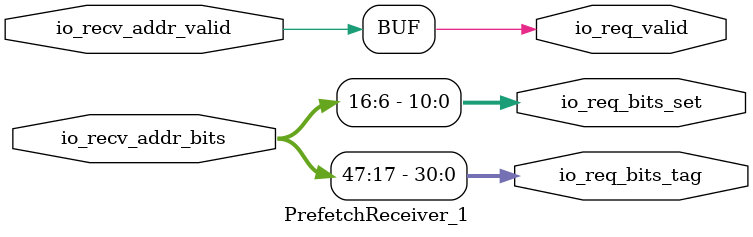
<source format=sv>
`ifndef RANDOMIZE
  `ifdef RANDOMIZE_MEM_INIT
    `define RANDOMIZE
  `endif // RANDOMIZE_MEM_INIT
`endif // not def RANDOMIZE
`ifndef RANDOMIZE
  `ifdef RANDOMIZE_REG_INIT
    `define RANDOMIZE
  `endif // RANDOMIZE_REG_INIT
`endif // not def RANDOMIZE

`ifndef RANDOM
  `define RANDOM $random
`endif // not def RANDOM

// Users can define INIT_RANDOM as general code that gets injected into the
// initializer block for modules with registers.
`ifndef INIT_RANDOM
  `define INIT_RANDOM
`endif // not def INIT_RANDOM

// If using random initialization, you can also define RANDOMIZE_DELAY to
// customize the delay used, otherwise 0.002 is used.
`ifndef RANDOMIZE_DELAY
  `define RANDOMIZE_DELAY 0.002
`endif // not def RANDOMIZE_DELAY

// Define INIT_RANDOM_PROLOG_ for use in our modules below.
`ifndef INIT_RANDOM_PROLOG_
  `ifdef RANDOMIZE
    `ifdef VERILATOR
      `define INIT_RANDOM_PROLOG_ `INIT_RANDOM
    `else  // VERILATOR
      `define INIT_RANDOM_PROLOG_ `INIT_RANDOM #`RANDOMIZE_DELAY begin end
    `endif // VERILATOR
  `else  // RANDOMIZE
    `define INIT_RANDOM_PROLOG_
  `endif // RANDOMIZE
`endif // not def INIT_RANDOM_PROLOG_

// Include register initializers in init blocks unless synthesis is set
`ifndef SYNTHESIS
  `ifndef ENABLE_INITIAL_REG_
    `define ENABLE_INITIAL_REG_
  `endif // not def ENABLE_INITIAL_REG_
`endif // not def SYNTHESIS

// Include rmemory initializers in init blocks unless synthesis is set
`ifndef SYNTHESIS
  `ifndef ENABLE_INITIAL_MEM_
    `define ENABLE_INITIAL_MEM_
  `endif // not def ENABLE_INITIAL_MEM_
`endif // not def SYNTHESIS

module PrefetchReceiver_1(
  output        io_req_valid,
  output [30:0] io_req_bits_tag,
  output [10:0] io_req_bits_set,
  input         io_recv_addr_valid,
  input  [63:0] io_recv_addr_bits
);

  assign io_req_valid = io_recv_addr_valid;
  assign io_req_bits_tag = io_recv_addr_bits[47:17];
  assign io_req_bits_set = io_recv_addr_bits[16:6];
endmodule


</source>
